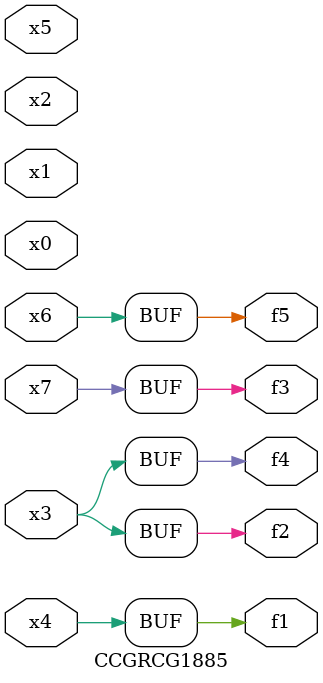
<source format=v>
module CCGRCG1885(
	input x0, x1, x2, x3, x4, x5, x6, x7,
	output f1, f2, f3, f4, f5
);
	assign f1 = x4;
	assign f2 = x3;
	assign f3 = x7;
	assign f4 = x3;
	assign f5 = x6;
endmodule

</source>
